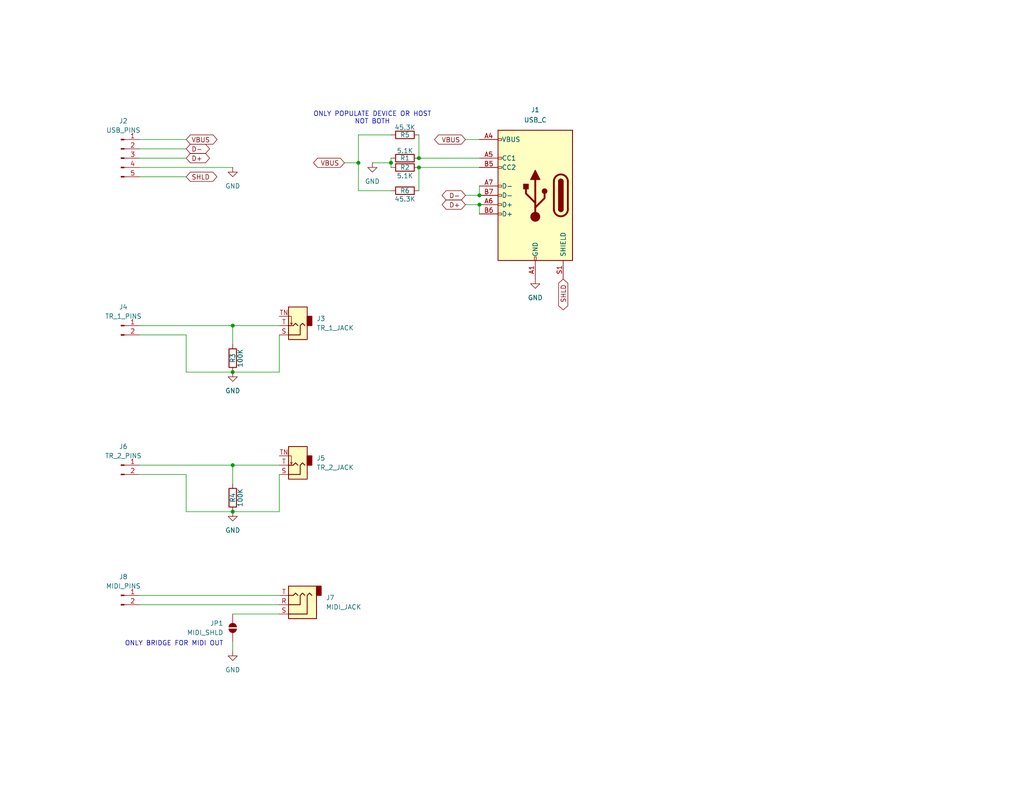
<source format=kicad_sch>
(kicad_sch (version 20250114) (generator "eeschema") (generator_version "9.0")
  (paper "USLetter")
  (title_block (title "ORN8 2HP Ext. Panel (Trig + TRS MIDI + USB-C)") (date "2026-01-06") (rev "2.2") (comment 3 "Aether Soundlab") (comment 4 "Beau Sterling"))
  (lib_symbols
    (symbol "Connector:Conn_01x02_Pin" (pin_names (offset 1.016) (hide yes))
      (property "Reference" "J" (at 0 2.54 0))
      (property "Value" "Conn_01x02_Pin" (at 0 -5.08 0))
      (symbol "Conn_01x02_Pin_1_1"
        (rectangle (start 0.8636 0.127) (end 0 -0.127) (stroke (width 0.1524)) (fill (type outline)))
        (rectangle (start 0.8636 -2.413) (end 0 -2.667) (stroke (width 0.1524)) (fill (type outline)))
        (polyline (pts (xy 1.27 0) (xy 0.8636 0)) (stroke (width 0.1524)))
        (polyline (pts (xy 1.27 -2.54) (xy 0.8636 -2.54)) (stroke (width 0.1524)))
        (pin passive line (at 5.08 0 180) (length 3.81) (name "Pin_1") (number "1"))
        (pin passive line (at 5.08 -2.54 180) (length 3.81) (name "Pin_2") (number "2"))
      )
    )
    (symbol "Connector:Conn_01x05_Pin" (pin_names (offset 1.016) (hide yes))
      (property "Reference" "J" (at 0 7.62 0))
      (property "Value" "Conn_01x05_Pin" (at 0 -7.62 0))
      (symbol "Conn_01x05_Pin_1_1"
        (rectangle (start 0.8636 5.207) (end 0 4.953) (stroke (width 0.1524)) (fill (type outline)))
        (rectangle (start 0.8636 2.667) (end 0 2.413) (stroke (width 0.1524)) (fill (type outline)))
        (rectangle (start 0.8636 0.127) (end 0 -0.127) (stroke (width 0.1524)) (fill (type outline)))
        (rectangle (start 0.8636 -2.413) (end 0 -2.667) (stroke (width 0.1524)) (fill (type outline)))
        (rectangle (start 0.8636 -4.953) (end 0 -5.207) (stroke (width 0.1524)) (fill (type outline)))
        (polyline (pts (xy 1.27 5.08) (xy 0.8636 5.08)) (stroke (width 0.1524)))
        (polyline (pts (xy 1.27 2.54) (xy 0.8636 2.54)) (stroke (width 0.1524)))
        (polyline (pts (xy 1.27 0) (xy 0.8636 0)) (stroke (width 0.1524)))
        (polyline (pts (xy 1.27 -2.54) (xy 0.8636 -2.54)) (stroke (width 0.1524)))
        (polyline (pts (xy 1.27 -5.08) (xy 0.8636 -5.08)) (stroke (width 0.1524)))
        (pin passive line (at 5.08 5.08 180) (length 3.81) (name "Pin_1") (number "1"))
        (pin passive line (at 5.08 2.54 180) (length 3.81) (name "Pin_2") (number "2"))
        (pin passive line (at 5.08 0 180) (length 3.81) (name "Pin_3") (number "3"))
        (pin passive line (at 5.08 -2.54 180) (length 3.81) (name "Pin_4") (number "4"))
        (pin passive line (at 5.08 -5.08 180) (length 3.81) (name "Pin_5") (number "5"))
      )
    )
    (symbol "Connector:USB_C_Receptacle_USB2.0_14P" (pin_names (offset 1.016))
      (property "Reference" "J" (at 0 22.225 0))
      (property "Value" "USB_C_Receptacle_USB2.0_14P" (at 0 19.685 0))
      (symbol "USB_C_Receptacle_USB2.0_14P_0_0"
        (rectangle (start -0.254 -17.78) (end 0.254 -16.764))
        (rectangle (start 10.16 15.494) (end 9.144 14.986))
        (rectangle (start 10.16 10.414) (end 9.144 9.906))
        (rectangle (start 10.16 7.874) (end 9.144 7.366))
        (rectangle (start 10.16 2.794) (end 9.144 2.286))
        (rectangle (start 10.16 0.254) (end 9.144 -0.254))
        (rectangle (start 10.16 -2.286) (end 9.144 -2.794))
        (rectangle (start 10.16 -4.826) (end 9.144 -5.334))
      )
      (symbol "USB_C_Receptacle_USB2.0_14P_0_1"
        (rectangle (start -10.16 17.78) (end 10.16 -17.78) (stroke (width 0.254)) (fill (type background)))
        (polyline (pts (xy -8.89 -3.81) (xy -8.89 3.81)) (stroke (width 0.508)))
        (rectangle (start -7.62 -3.81) (end -6.35 3.81) (stroke (width 0.254)) (fill (type outline)))
        (arc (start -7.62 3.81) (mid -6.985 4.4423) (end -6.35 3.81) (stroke (width 0.254)))
        (arc (start -7.62 3.81) (mid -6.985 4.4423) (end -6.35 3.81) (stroke (width 0.254)) (fill (type outline)))
        (arc (start -8.89 3.81) (mid -6.985 5.7067) (end -5.08 3.81) (stroke (width 0.508)))
        (arc (start -5.08 -3.81) (mid -6.985 -5.7067) (end -8.89 -3.81) (stroke (width 0.508)))
        (arc (start -6.35 -3.81) (mid -6.985 -4.4423) (end -7.62 -3.81) (stroke (width 0.254)))
        (arc (start -6.35 -3.81) (mid -6.985 -4.4423) (end -7.62 -3.81) (stroke (width 0.254)) (fill (type outline)))
        (polyline (pts (xy -5.08 3.81) (xy -5.08 -3.81)) (stroke (width 0.508)))
        (circle (center -2.54 1.143) (radius 0.635) (stroke (width 0.254)) (fill (type outline)))
        (polyline (pts (xy -1.27 4.318) (xy 0 6.858) (xy 1.27 4.318) (xy -1.27 4.318)) (stroke (width 0.254)) (fill (type outline)))
        (polyline (pts (xy 0 -2.032) (xy 2.54 0.508) (xy 2.54 1.778)) (stroke (width 0.508)))
        (polyline (pts (xy 0 -3.302) (xy -2.54 -0.762) (xy -2.54 0.508)) (stroke (width 0.508)))
        (polyline (pts (xy 0 -5.842) (xy 0 4.318)) (stroke (width 0.508)))
        (circle (center 0 -5.842) (radius 1.27) (fill (type outline)))
        (rectangle (start 1.905 1.778) (end 3.175 3.048) (stroke (width 0.254)) (fill (type outline)))
      )
      (symbol "USB_C_Receptacle_USB2.0_14P_1_1"
        (pin passive line (at -7.62 -22.86 90) (length 5.08) (name "SHIELD") (number "S1"))
        (pin passive line (at 0 -22.86 90) (length 5.08) (name "GND") (number "A1"))
        (pin passive line (at 0 -22.86 90) (length 5.08) (hide yes) (name "GND") (number "A12"))
        (pin passive line (at 0 -22.86 90) (length 5.08) (hide yes) (name "GND") (number "B1"))
        (pin passive line (at 0 -22.86 90) (length 5.08) (hide yes) (name "GND") (number "B12"))
        (pin passive line (at 15.24 15.24 180) (length 5.08) (name "VBUS") (number "A4"))
        (pin passive line (at 15.24 15.24 180) (length 5.08) (hide yes) (name "VBUS") (number "A9"))
        (pin passive line (at 15.24 15.24 180) (length 5.08) (hide yes) (name "VBUS") (number "B4"))
        (pin passive line (at 15.24 15.24 180) (length 5.08) (hide yes) (name "VBUS") (number "B9"))
        (pin bidirectional line (at 15.24 10.16 180) (length 5.08) (name "CC1") (number "A5"))
        (pin bidirectional line (at 15.24 7.62 180) (length 5.08) (name "CC2") (number "B5"))
        (pin bidirectional line (at 15.24 2.54 180) (length 5.08) (name "D-") (number "A7"))
        (pin bidirectional line (at 15.24 0 180) (length 5.08) (name "D-") (number "B7"))
        (pin bidirectional line (at 15.24 -2.54 180) (length 5.08) (name "D+") (number "A6"))
        (pin bidirectional line (at 15.24 -5.08 180) (length 5.08) (name "D+") (number "B6"))
      )
    )
    (symbol "Connector_Audio:AudioJack2_SwitchT"
      (property "Reference" "J" (at 0 8.89 0))
      (property "Value" "AudioJack2_SwitchT" (at 0 6.35 0))
      (symbol "AudioJack2_SwitchT_0_1"
        (rectangle (start -2.54 0) (end -3.81 -2.54) (stroke (width 0.254)) (fill (type outline)))
        (polyline (pts (xy 0 0) (xy 0.635 -0.635) (xy 1.27 0) (xy 2.54 0)) (stroke (width 0.254)))
        (polyline (pts (xy 1.778 -0.254) (xy 2.032 -0.762)))
        (rectangle (start 2.54 3.81) (end -2.54 -5.08) (stroke (width 0.254)) (fill (type background)))
        (polyline (pts (xy 2.54 2.54) (xy -0.635 2.54) (xy -0.635 0) (xy -1.27 -0.635) (xy -1.905 0)) (stroke (width 0.254)))
        (polyline (pts (xy 2.54 -2.54) (xy 1.778 -2.54) (xy 1.778 -0.254) (xy 1.524 -0.762)))
      )
      (symbol "AudioJack2_SwitchT_1_1"
        (pin passive line (at 5.08 2.54 180) (length 2.54) (name "~") (number "S"))
        (pin passive line (at 5.08 0 180) (length 2.54) (name "~") (number "T"))
        (pin passive line (at 5.08 -2.54 180) (length 2.54) (name "~") (number "TN"))
      )
    )
    (symbol "Connector_Audio:AudioJack3"
      (property "Reference" "J" (at 0 8.89 0))
      (property "Value" "AudioJack3" (at 0 6.35 0))
      (symbol "AudioJack3_0_1"
        (rectangle (start -5.08 -5.08) (end -6.35 -2.54) (stroke (width 0.254)) (fill (type outline)))
        (polyline (pts (xy -1.905 -2.54) (xy -1.27 -3.175) (xy -0.635 -2.54) (xy -0.635 0) (xy 2.54 0)) (stroke (width 0.254)))
        (polyline (pts (xy 0 -2.54) (xy 0.635 -3.175) (xy 1.27 -2.54) (xy 2.54 -2.54)) (stroke (width 0.254)))
        (rectangle (start 2.54 3.81) (end -5.08 -5.08) (stroke (width 0.254)) (fill (type background)))
        (polyline (pts (xy 2.54 2.54) (xy -2.54 2.54) (xy -2.54 -2.54) (xy -3.175 -3.175) (xy -3.81 -2.54)) (stroke (width 0.254)))
      )
      (symbol "AudioJack3_1_1"
        (pin passive line (at 5.08 2.54 180) (length 2.54) (name "~") (number "S"))
        (pin passive line (at 5.08 0 180) (length 2.54) (name "~") (number "R"))
        (pin passive line (at 5.08 -2.54 180) (length 2.54) (name "~") (number "T"))
      )
    )
    (symbol "Device:R" (pin_numbers (hide yes)) (pin_names (offset 0))
      (property "Reference" "R" (at 2.032 0 90))
      (property "Value" "R" (at 0 0 90))
      (symbol "R_0_1"
        (rectangle (start -1.016 -2.54) (end 1.016 2.54) (stroke (width 0.254)))
      )
      (symbol "R_1_1"
        (pin passive line (at 0 3.81 270) (length 1.27) (name "~") (number "1"))
        (pin passive line (at 0 -3.81 90) (length 1.27) (name "~") (number "2"))
      )
    )
    (symbol "Jumper:SolderJumper_2_Open" (pin_numbers (hide yes)) (pin_names (offset 0) (hide yes)) (in_bom no)
      (property "Reference" "JP" (at 0 2.032 0))
      (property "Value" "SolderJumper_2_Open" (at 0 -2.54 0))
      (symbol "SolderJumper_2_Open_0_1"
        (polyline (pts (xy -0.254 1.016) (xy -0.254 -1.016)))
        (arc (start -0.254 -1.016) (mid -1.2656 0) (end -0.254 1.016))
        (arc (start -0.254 -1.016) (mid -1.2656 0) (end -0.254 1.016) (fill (type outline)))
        (arc (start 0.254 1.016) (mid 1.2656 0) (end 0.254 -1.016))
        (arc (start 0.254 1.016) (mid 1.2656 0) (end 0.254 -1.016) (fill (type outline)))
        (polyline (pts (xy 0.254 1.016) (xy 0.254 -1.016)))
      )
      (symbol "SolderJumper_2_Open_1_1"
        (pin passive line (at -3.81 0 0) (length 2.54) (name "A") (number "1"))
        (pin passive line (at 3.81 0 180) (length 2.54) (name "B") (number "2"))
      )
    )
    (symbol "power:GND" (power) (pin_numbers (hide yes)) (pin_names (offset 0) (hide yes))
      (property "Value" "GND" (at 0 -3.81 0))
      (symbol "GND_0_1"
        (polyline (pts (xy 0 0) (xy 0 -1.27) (xy 1.27 -1.27) (xy 0 -2.54) (xy -1.27 -1.27) (xy 0 -1.27)))
      )
      (symbol "GND_1_1"
        (pin power_in line (at 0 0 270) (length 0) (name "~") (number "1"))
      )
    )
  )
  (text "ONLY POPULATE DEVICE OR HOST\nNOT BOTH" (at 101.6 32.258 0) (effects (font (size 1.27 1.27))))
  (text "ONLY BRIDGE FOR MIDI OUT" (at 47.498 175.768 0) (effects (font (size 1.27 1.27))))
  (junction (at 63.5 88.9))
  (junction (at 63.5 139.7))
  (junction (at 130.81 53.34))
  (junction (at 63.5 127))
  (junction (at 114.3 43.18))
  (junction (at 97.79 44.45))
  (junction (at 106.68 44.45))
  (junction (at 63.5 101.6))
  (junction (at 114.3 45.72))
  (junction (at 130.81 55.88))
  (wire (pts (xy 63.5 127) (xy 76.2 127)))
  (wire (pts (xy 38.1 40.64) (xy 50.8 40.64)))
  (wire (pts (xy 63.5 88.9) (xy 76.2 88.9)))
  (wire (pts (xy 63.5 101.6) (xy 76.2 101.6)))
  (wire (pts (xy 63.5 167.64) (xy 76.2 167.64)))
  (wire (pts (xy 38.1 48.26) (xy 50.8 48.26)))
  (wire (pts (xy 50.8 91.44) (xy 38.1 91.44)))
  (wire (pts (xy 130.81 45.72) (xy 114.3 45.72)))
  (wire (pts (xy 38.1 45.72) (xy 63.5 45.72)))
  (wire (pts (xy 97.79 44.45) (xy 97.79 52.07)))
  (wire (pts (xy 106.68 44.45) (xy 106.68 45.72)))
  (wire (pts (xy 106.68 36.83) (xy 97.79 36.83)))
  (wire (pts (xy 63.5 127) (xy 63.5 132.08)))
  (wire (pts (xy 130.81 38.1) (xy 127 38.1)))
  (wire (pts (xy 50.8 101.6) (xy 50.8 91.44)))
  (wire (pts (xy 106.68 44.45) (xy 101.6 44.45)))
  (wire (pts (xy 114.3 52.07) (xy 114.3 45.72)))
  (wire (pts (xy 97.79 36.83) (xy 97.79 44.45)))
  (wire (pts (xy 38.1 162.56) (xy 76.2 162.56)))
  (wire (pts (xy 76.2 139.7) (xy 76.2 129.54)))
  (wire (pts (xy 38.1 88.9) (xy 63.5 88.9)))
  (wire (pts (xy 106.68 43.18) (xy 106.68 44.45)))
  (wire (pts (xy 130.81 55.88) (xy 127 55.88)))
  (wire (pts (xy 38.1 38.1) (xy 50.8 38.1)))
  (wire (pts (xy 38.1 165.1) (xy 76.2 165.1)))
  (wire (pts (xy 114.3 36.83) (xy 114.3 43.18)))
  (wire (pts (xy 50.8 43.18) (xy 38.1 43.18)))
  (wire (pts (xy 130.81 43.18) (xy 114.3 43.18)))
  (wire (pts (xy 63.5 88.9) (xy 63.5 93.98)))
  (wire (pts (xy 130.81 50.8) (xy 130.81 53.34)))
  (wire (pts (xy 63.5 139.7) (xy 76.2 139.7)))
  (wire (pts (xy 76.2 91.44) (xy 76.2 101.6)))
  (wire (pts (xy 38.1 127) (xy 63.5 127)))
  (wire (pts (xy 50.8 139.7) (xy 50.8 129.54)))
  (wire (pts (xy 63.5 175.26) (xy 63.5 177.8)))
  (wire (pts (xy 130.81 55.88) (xy 130.81 58.42)))
  (wire (pts (xy 130.81 53.34) (xy 127 53.34)))
  (wire (pts (xy 50.8 129.54) (xy 38.1 129.54)))
  (wire (pts (xy 106.68 52.07) (xy 97.79 52.07)))
  (wire (pts (xy 63.5 101.6) (xy 50.8 101.6)))
  (wire (pts (xy 63.5 139.7) (xy 50.8 139.7)))
  (wire (pts (xy 93.98 44.45) (xy 97.79 44.45)))
  (global_label "VBUS" (shape bidirectional) (at 93.98 44.45 180) (property "Intersheetrefs" "${INTERSHEET_REFS}" (effects (hide yes))))
  (global_label "VBUS" (shape bidirectional) (at 127 38.1 180) (property "Intersheetrefs" "${INTERSHEET_REFS}" (effects (hide yes))))
  (global_label "SHLD" (shape bidirectional) (at 153.67 76.2 270) (property "Intersheetrefs" "${INTERSHEET_REFS}" (effects (hide yes))))
  (global_label "D+" (shape bidirectional) (at 50.8 43.18 0) (property "Intersheetrefs" "${INTERSHEET_REFS}" (effects (hide yes))))
  (global_label "D-" (shape bidirectional) (at 50.8 40.64 0) (property "Intersheetrefs" "${INTERSHEET_REFS}" (effects (hide yes))))
  (global_label "SHLD" (shape bidirectional) (at 50.8 48.26 0) (property "Intersheetrefs" "${INTERSHEET_REFS}" (effects (hide yes))))
  (global_label "D+" (shape bidirectional) (at 127 55.88 180) (property "Intersheetrefs" "${INTERSHEET_REFS}" (effects (hide yes))))
  (global_label "D-" (shape bidirectional) (at 127 53.34 180) (property "Intersheetrefs" "${INTERSHEET_REFS}" (effects (hide yes))))
  (global_label "VBUS" (shape bidirectional) (at 50.8 38.1 0) (property "Intersheetrefs" "${INTERSHEET_REFS}" (effects (hide yes))))
  (symbol (lib_id "Connector:Conn_01x02_Pin") (at 33.02 127 0) (unit 1)
    (property "Reference" "J6" (at 33.655 121.92 0))
    (property "Value" "TR_2_PINS" (at 33.655 124.46 0))
    (property "Footprint" "Connector_PinHeader_2.54mm:PinHeader_1x02_P2.54mm_Vertical" (effects (hide yes)))
    (property "Description" "Generic connector, single row, 01x02, script generated" (effects (hide yes)))
  )
  (symbol (lib_id "power:GND") (at 146.05 76.2 0) (mirror y) (unit 1)
    (property "Reference" "#PWR03" (effects (hide yes)))
    (property "Value" "GND" (at 146.05 81.28 0))
    (property "Description" "Power symbol creates a global label with name \"GND\" , ground" (effects (hide yes)))
  )
  (symbol (lib_id "Connector:Conn_01x02_Pin") (at 33.02 162.56 0) (unit 1)
    (property "Reference" "J8" (at 33.655 157.48 0))
    (property "Value" "MIDI_PINS" (at 33.655 160.02 0))
    (property "Footprint" "Connector_PinHeader_2.54mm:PinHeader_1x02_P2.54mm_Vertical" (effects (hide yes)))
    (property "Description" "Generic connector, single row, 01x02, script generated" (effects (hide yes)))
  )
  (symbol (lib_id "power:GND") (at 63.5 45.72 0) (unit 1)
    (property "Reference" "#PWR01" (effects (hide yes)))
    (property "Value" "GND" (at 63.5 50.8 0))
    (property "Description" "Power symbol creates a global label with name \"GND\" , ground" (effects (hide yes)))
  )
  (symbol (lib_id "Device:R") (at 110.49 43.18 90) (mirror x) (unit 1)
    (property "Reference" "R1" (at 110.49 43.18 90))
    (property "Value" "5.1K" (at 110.49 41.148 90))
    (property "Footprint" "Resistor_SMD:R_0805_2012Metric_Pad1.20x1.40mm_HandSolder" (effects (hide yes)))
    (property "Description" "Resistor" (effects (hide yes)))
  )
  (symbol (lib_id "Device:R") (at 110.49 52.07 90) (unit 1)
    (property "Reference" "R6" (at 110.49 52.07 90))
    (property "Value" "45.3K" (at 110.49 54.356 90))
    (property "Footprint" "Resistor_SMD:R_0805_2012Metric_Pad1.20x1.40mm_HandSolder" (effects (hide yes)))
    (property "Description" "Resistor" (effects (hide yes)))
  )
  (symbol (lib_id "Device:R") (at 63.5 97.79 180) (unit 1)
    (property "Reference" "R3" (at 63.5 97.79 90))
    (property "Value" "100K" (at 65.532 97.79 90))
    (property "Footprint" "Resistor_SMD:R_0805_2012Metric_Pad1.20x1.40mm_HandSolder" (effects (hide yes)))
    (property "Description" "Resistor" (effects (hide yes)))
  )
  (symbol (lib_id "Device:R") (at 110.49 36.83 90) (mirror x) (unit 1)
    (property "Reference" "R5" (at 110.49 36.83 90))
    (property "Value" "45.3K" (at 110.49 34.798 90))
    (property "Footprint" "Resistor_SMD:R_0805_2012Metric_Pad1.20x1.40mm_HandSolder" (effects (hide yes)))
    (property "Description" "Resistor" (effects (hide yes)))
  )
  (symbol (lib_id "power:GND") (at 63.5 139.7 0) (unit 1)
    (property "Reference" "#PWR05" (effects (hide yes)))
    (property "Value" "GND" (at 63.5 144.78 0))
    (property "Description" "Power symbol creates a global label with name \"GND\" , ground" (effects (hide yes)))
  )
  (symbol (lib_id "Device:R") (at 110.49 45.72 90) (unit 1)
    (property "Reference" "R2" (at 110.49 45.72 90))
    (property "Value" "5.1K" (at 110.49 48.006 90))
    (property "Footprint" "Resistor_SMD:R_0805_2012Metric_Pad1.20x1.40mm_HandSolder" (effects (hide yes)))
    (property "Description" "Resistor" (effects (hide yes)))
  )
  (symbol (lib_id "Connector_Audio:AudioJack2_SwitchT") (at 81.28 88.9 180) (unit 1)
    (property "Reference" "J3" (at 86.36 86.9949 0) (effects (justify right)))
    (property "Value" "TR_1_JACK" (at 86.36 89.5349 0) (effects (justify right)))
    (property "Footprint" "Connector_Audio:Jack_3.5mm_QingPu_WQP-PJ398SM_Vertical_CircularHoles" (effects (hide yes)))
    (property "Description" "Audio Jack, 2 Poles (Mono / TS), Switched T Pole (Normalling)" (effects (hide yes)))
  )
  (symbol (lib_id "Connector_Audio:AudioJack2_SwitchT") (at 81.28 127 180) (unit 1)
    (property "Reference" "J5" (at 86.36 125.0949 0) (effects (justify right)))
    (property "Value" "TR_2_JACK" (at 86.36 127.6349 0) (effects (justify right)))
    (property "Footprint" "Connector_Audio:Jack_3.5mm_QingPu_WQP-PJ398SM_Vertical_CircularHoles" (effects (hide yes)))
    (property "Description" "Audio Jack, 2 Poles (Mono / TS), Switched T Pole (Normalling)" (effects (hide yes)))
  )
  (symbol (lib_id "Connector:Conn_01x02_Pin") (at 33.02 88.9 0) (unit 1)
    (property "Reference" "J4" (at 33.655 83.82 0))
    (property "Value" "TR_1_PINS" (at 33.655 86.36 0))
    (property "Footprint" "Connector_PinHeader_2.54mm:PinHeader_1x02_P2.54mm_Vertical" (effects (hide yes)))
    (property "Description" "Generic connector, single row, 01x02, script generated" (effects (hide yes)))
  )
  (symbol (lib_id "Connector:USB_C_Receptacle_USB2.0_14P") (at 146.05 53.34 0) (mirror y) (unit 1)
    (property "Reference" "J1" (at 146.05 29.972 0))
    (property "Value" "USB_C" (at 146.05 32.766 0))
    (property "Footprint" "Library:SparkFun USB-C Vertical" (effects (hide yes)))
    (property "Datasheet" "https://www.usb.org/sites/default/files/documents/usb_type-c.zip" (effects (hide yes)))
    (property "Description" "USB 2.0-only 14P Type-C Receptacle connector" (effects (hide yes)))
  )
  (symbol (lib_id "Jumper:SolderJumper_2_Open") (at 63.5 171.45 90) (mirror x) (unit 1) (in_bom no)
    (property "Reference" "JP1" (at 60.96 170.1799 90) (effects (justify left)))
    (property "Value" "MIDI_SHLD" (at 60.96 172.7199 90) (effects (justify left)))
    (property "Footprint" "Jumper:SolderJumper-2_P1.3mm_Open_TrianglePad1.0x1.5mm" (effects (hide yes)))
    (property "Description" "Solder Jumper, 2-pole, open" (effects (hide yes)))
  )
  (symbol (lib_id "power:GND") (at 101.6 44.45 0) (mirror y) (unit 1)
    (property "Reference" "#PWR02" (effects (hide yes)))
    (property "Value" "GND" (at 101.6 49.53 0))
    (property "Description" "Power symbol creates a global label with name \"GND\" , ground" (effects (hide yes)))
  )
  (symbol (lib_id "power:GND") (at 63.5 101.6 0) (unit 1)
    (property "Reference" "#PWR04" (effects (hide yes)))
    (property "Value" "GND" (at 63.5 106.68 0))
    (property "Description" "Power symbol creates a global label with name \"GND\" , ground" (effects (hide yes)))
  )
  (symbol (lib_id "Device:R") (at 63.5 135.89 180) (unit 1)
    (property "Reference" "R4" (at 63.5 135.89 90))
    (property "Value" "100K" (at 65.532 135.89 90))
    (property "Footprint" "Resistor_SMD:R_0805_2012Metric_Pad1.20x1.40mm_HandSolder" (effects (hide yes)))
    (property "Description" "Resistor" (effects (hide yes)))
  )
  (symbol (lib_id "Connector_Audio:AudioJack3") (at 81.28 165.1 180) (unit 1)
    (property "Reference" "J7" (at 88.9 163.1949 0) (effects (justify right)))
    (property "Value" "MIDI_JACK" (at 88.9 165.7349 0) (effects (justify right)))
    (property "Footprint" "Connector_Audio:Jack_3.5mm_QingPu_WQP-PJ398SM_Vertical_CircularHoles" (effects (hide yes)))
    (property "Description" "Audio Jack, 3 Poles (Stereo / TRS)" (effects (hide yes)))
  )
  (symbol (lib_id "Connector:Conn_01x05_Pin") (at 33.02 43.18 0) (unit 1)
    (property "Reference" "J2" (at 33.655 33.02 0))
    (property "Value" "USB_PINS" (at 33.655 35.56 0))
    (property "Footprint" "Connector_PinHeader_2.54mm:PinHeader_1x05_P2.54mm_Vertical" (effects (hide yes)))
    (property "Description" "Generic connector, single row, 01x05, script generated" (effects (hide yes)))
  )
  (symbol (lib_id "power:GND") (at 63.5 177.8 0) (unit 1)
    (property "Reference" "#PWR06" (effects (hide yes)))
    (property "Value" "GND" (at 63.5 182.88 0))
    (property "Description" "Power symbol creates a global label with name \"GND\" , ground" (effects (hide yes)))
  )
)
</source>
